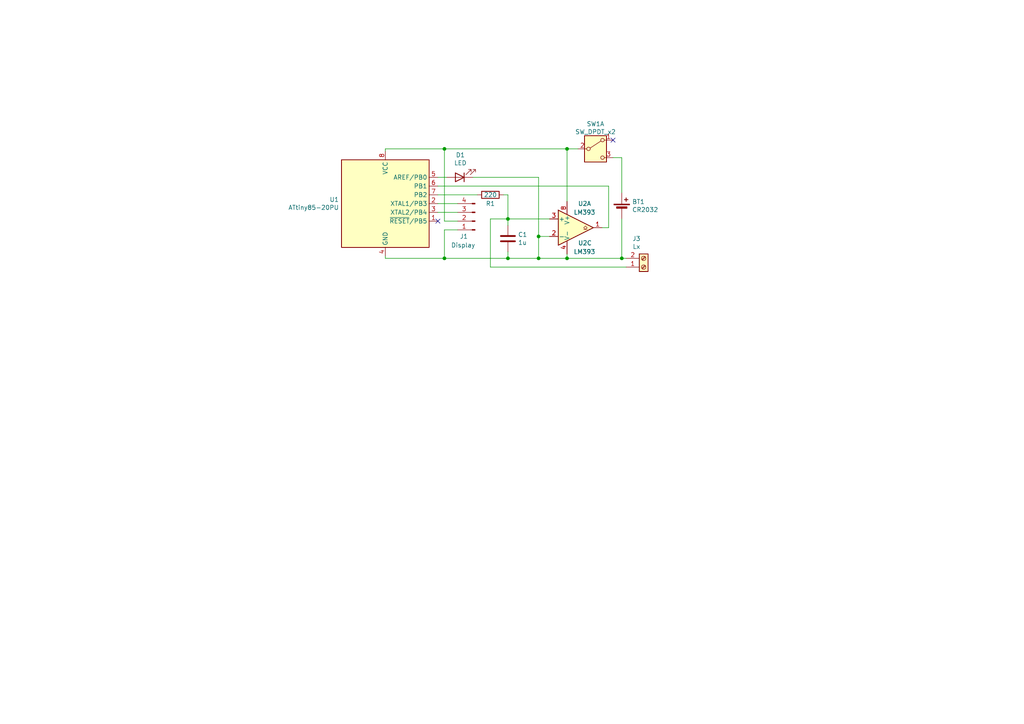
<source format=kicad_sch>
(kicad_sch (version 20230121) (generator eeschema)
  (paper "A4")
  (lib_symbols
    (symbol "Connector:Screw_Terminal_01x02" (pin_names (offset 1.016) hide)
      (property "Reference" "J" (at 0 2.54 0))
      (property "Value" "Screw_Terminal_01x02" (at 0 -5.08 0))
      (symbol "Screw_Terminal_01x02_1_1"
        (rectangle (start -1.27 1.27) (end 1.27 -3.81) (stroke (width 0.254)) (fill (type background)))
        (circle (center 0 -2.54) (radius 0.635) (stroke (width 0.1524)))
        (polyline (pts (xy -0.5334 -2.2098) (xy 0.3302 -3.048)) (stroke (width 0.1524)))
        (polyline (pts (xy -0.5334 0.3302) (xy 0.3302 -0.508)) (stroke (width 0.1524)))
        (polyline (pts (xy -0.3556 -2.032) (xy 0.508 -2.8702)) (stroke (width 0.1524)))
        (polyline (pts (xy -0.3556 0.508) (xy 0.508 -0.3302)) (stroke (width 0.1524)))
        (circle (center 0 0) (radius 0.635) (stroke (width 0.1524)))
        (pin passive line (at -5.08 0 0) (length 3.81) (name "Pin_1") (number "1"))
        (pin passive line (at -5.08 -2.54 0) (length 3.81) (name "Pin_2") (number "2"))
      )
    )
    (symbol "Device:Battery_Cell" (pin_numbers hide) (pin_names (offset 0) hide)
      (property "Reference" "BT" (at 2.54 2.54 0))
      (property "Value" "Battery_Cell" (at 2.54 0 0))
      (symbol "Battery_Cell_0_1"
        (rectangle (start -2.286 1.778) (end 2.286 1.524) (fill (type outline)))
        (rectangle (start -1.524 1.016) (end 1.524 0.508) (fill (type outline)))
        (polyline (pts (xy 0 0.762) (xy 0 0)))
        (polyline (pts (xy 0 1.778) (xy 0 2.54)))
        (polyline (pts (xy 0.762 3.048) (xy 1.778 3.048)) (stroke (width 0.254)))
        (polyline (pts (xy 1.27 3.556) (xy 1.27 2.54)) (stroke (width 0.254)))
      )
      (symbol "Battery_Cell_1_1"
        (pin passive line (at 0 5.08 270) (length 2.54) (name "+") (number "1"))
        (pin passive line (at 0 -2.54 90) (length 2.54) (name "-") (number "2"))
      )
    )
    (symbol "Device:C" (pin_numbers hide) (pin_names (offset 0.254))
      (property "Reference" "C" (at 0.635 2.54 0))
      (property "Value" "C" (at 0.635 -2.54 0))
      (symbol "C_0_1"
        (polyline (pts (xy -2.032 -0.762) (xy 2.032 -0.762)) (stroke (width 0.508)))
        (polyline (pts (xy -2.032 0.762) (xy 2.032 0.762)) (stroke (width 0.508)))
      )
      (symbol "C_1_1"
        (pin passive line (at 0 3.81 270) (length 2.794) (name "~") (number "1"))
        (pin passive line (at 0 -3.81 90) (length 2.794) (name "~") (number "2"))
      )
    )
    (symbol "Device:LED" (pin_numbers hide) (pin_names (offset 1.016) hide)
      (property "Reference" "D" (at 0 2.54 0))
      (property "Value" "LED" (at 0 -2.54 0))
      (symbol "LED_0_1"
        (polyline (pts (xy -1.27 -1.27) (xy -1.27 1.27)) (stroke (width 0.254)))
        (polyline (pts (xy -1.27 0) (xy 1.27 0)))
        (polyline (pts (xy 1.27 -1.27) (xy 1.27 1.27) (xy -1.27 0) (xy 1.27 -1.27)) (stroke (width 0.254)))
        (polyline (pts (xy -3.048 -0.762) (xy -4.572 -2.286) (xy -3.81 -2.286) (xy -4.572 -2.286) (xy -4.572 -1.524)))
        (polyline (pts (xy -1.778 -0.762) (xy -3.302 -2.286) (xy -2.54 -2.286) (xy -3.302 -2.286) (xy -3.302 -1.524)))
      )
      (symbol "LED_1_1"
        (pin passive line (at -3.81 0 0) (length 2.54) (name "K") (number "1"))
        (pin passive line (at 3.81 0 180) (length 2.54) (name "A") (number "2"))
      )
    )
    (symbol "Device:R" (pin_numbers hide) (pin_names (offset 0))
      (property "Reference" "R" (at 2.032 0 90))
      (property "Value" "R" (at 0 0 90))
      (symbol "R_0_1"
        (rectangle (start -1.016 -2.54) (end 1.016 2.54) (stroke (width 0.254)))
      )
      (symbol "R_1_1"
        (pin passive line (at 0 3.81 270) (length 1.27) (name "~") (number "1"))
        (pin passive line (at 0 -3.81 90) (length 1.27) (name "~") (number "2"))
      )
    )
    (symbol "Placa Inductometro-rescue:ATtiny85-20PU-MCU_Microchip_ATtiny"
      (property "Reference" "U" (at -12.7 13.97 0))
      (property "Value" "MCU_Microchip_ATtiny_ATtiny85-20PU" (at 2.54 -13.97 0))
      (symbol "ATtiny85-20PU-MCU_Microchip_ATtiny_0_1"
        (rectangle (start -12.7 -12.7) (end 12.7 12.7) (stroke (width 0.254)) (fill (type background)))
      )
      (symbol "ATtiny85-20PU-MCU_Microchip_ATtiny_1_1"
        (pin bidirectional line (at 15.24 -5.08 180) (length 2.54) (name "~{RESET}/PB5") (number "1"))
        (pin bidirectional line (at 15.24 0 180) (length 2.54) (name "XTAL1/PB3") (number "2"))
        (pin bidirectional line (at 15.24 -2.54 180) (length 2.54) (name "XTAL2/PB4") (number "3"))
        (pin power_in line (at 0 -15.24 90) (length 2.54) (name "GND") (number "4"))
        (pin bidirectional line (at 15.24 7.62 180) (length 2.54) (name "AREF/PB0") (number "5"))
        (pin bidirectional line (at 15.24 5.08 180) (length 2.54) (name "PB1") (number "6"))
        (pin bidirectional line (at 15.24 2.54 180) (length 2.54) (name "PB2") (number "7"))
        (pin power_in line (at 0 15.24 270) (length 2.54) (name "VCC") (number "8"))
      )
    )
    (symbol "Placa Inductometro-rescue:Conn_01x04_Male-Connector" (pin_names (offset 1.016) hide)
      (property "Reference" "J" (at 0 5.08 0))
      (property "Value" "Connector_Conn_01x04_Male" (at 0 -7.62 0))
      (symbol "Conn_01x04_Male-Connector_1_1"
        (polyline (pts (xy 1.27 -5.08) (xy 0.8636 -5.08)) (stroke (width 0.1524)))
        (polyline (pts (xy 1.27 -2.54) (xy 0.8636 -2.54)) (stroke (width 0.1524)))
        (polyline (pts (xy 1.27 0) (xy 0.8636 0)) (stroke (width 0.1524)))
        (polyline (pts (xy 1.27 2.54) (xy 0.8636 2.54)) (stroke (width 0.1524)))
        (rectangle (start 0.8636 -4.953) (end 0 -5.207) (stroke (width 0.1524)) (fill (type outline)))
        (rectangle (start 0.8636 -2.413) (end 0 -2.667) (stroke (width 0.1524)) (fill (type outline)))
        (rectangle (start 0.8636 0.127) (end 0 -0.127) (stroke (width 0.1524)) (fill (type outline)))
        (rectangle (start 0.8636 2.667) (end 0 2.413) (stroke (width 0.1524)) (fill (type outline)))
        (pin passive line (at 5.08 2.54 180) (length 3.81) (name "Pin_1") (number "1"))
        (pin passive line (at 5.08 0 180) (length 3.81) (name "Pin_2") (number "2"))
        (pin passive line (at 5.08 -2.54 180) (length 3.81) (name "Pin_3") (number "3"))
        (pin passive line (at 5.08 -5.08 180) (length 3.81) (name "Pin_4") (number "4"))
      )
    )
    (symbol "Placa Inductometro-rescue:LM393-Comparator" (pin_names (offset 0.127))
      (property "Reference" "U" (at 3.81 3.81 0))
      (property "Value" "Comparator_LM393" (at 6.35 -3.81 0))
      (symbol "LM393-Comparator_1_1"
        (polyline (pts (xy -5.08 5.08) (xy 5.08 0) (xy -5.08 -5.08) (xy -5.08 5.08)) (stroke (width 0.254)) (fill (type background)))
        (polyline (pts (xy 3.302 -0.508) (xy 2.794 -0.508) (xy 3.302 0) (xy 2.794 0.508) (xy 2.286 0) (xy 2.794 -0.508) (xy 2.286 -0.508)) (stroke (width 0.127)))
        (pin open_collector line (at 7.62 0 180) (length 2.54) (name "~") (number "1"))
        (pin input line (at -7.62 -2.54 0) (length 2.54) (name "-") (number "2"))
        (pin input line (at -7.62 2.54 0) (length 2.54) (name "+") (number "3"))
      )
      (symbol "LM393-Comparator_2_1"
        (polyline (pts (xy -5.08 5.08) (xy 5.08 0) (xy -5.08 -5.08) (xy -5.08 5.08)) (stroke (width 0.254)) (fill (type background)))
        (polyline (pts (xy 3.302 -0.508) (xy 2.794 -0.508) (xy 3.302 0) (xy 2.794 0.508) (xy 2.286 0) (xy 2.794 -0.508) (xy 2.286 -0.508)) (stroke (width 0.127)))
        (pin input line (at -7.62 2.54 0) (length 2.54) (name "+") (number "5"))
        (pin input line (at -7.62 -2.54 0) (length 2.54) (name "_") (number "6"))
        (pin open_collector line (at 7.62 0 180) (length 2.54) (name "~") (number "7"))
      )
      (symbol "LM393-Comparator_3_1"
        (pin power_in line (at -2.54 -7.62 90) (length 3.81) (name "V-") (number "4"))
        (pin power_in line (at -2.54 7.62 270) (length 3.81) (name "V+") (number "8"))
      )
    )
    (symbol "Switch:SW_DPDT_x2" (pin_names (offset 0) hide)
      (property "Reference" "SW" (at 0 5.08 0))
      (property "Value" "SW_DPDT_x2" (at 0 -5.08 0))
      (symbol "SW_DPDT_x2_0_0"
        (circle (center -2.032 0) (radius 0.508))
        (circle (center 2.032 -2.54) (radius 0.508))
      )
      (symbol "SW_DPDT_x2_0_1"
        (rectangle (start -3.175 3.81) (end 3.175 -3.81) (stroke (width 0.254)) (fill (type background)))
        (polyline (pts (xy -1.524 0.254) (xy 1.5748 2.286)))
        (circle (center 2.032 2.54) (radius 0.508))
      )
      (symbol "SW_DPDT_x2_1_1"
        (pin passive line (at 5.08 2.54 180) (length 2.54) (name "A") (number "1"))
        (pin passive line (at -5.08 0 0) (length 2.54) (name "B") (number "2"))
        (pin passive line (at 5.08 -2.54 180) (length 2.54) (name "C") (number "3"))
      )
      (symbol "SW_DPDT_x2_2_1"
        (pin passive line (at 5.08 2.54 180) (length 2.54) (name "A") (number "4"))
        (pin passive line (at -5.08 0 0) (length 2.54) (name "B") (number "5"))
        (pin passive line (at 5.08 -2.54 180) (length 2.54) (name "C") (number "6"))
      )
    )
  )
  (junction (at 147.32 63.5))
  (junction (at 147.32 74.93))
  (junction (at 164.465 43.18))
  (junction (at 180.34 74.93))
  (junction (at 128.905 43.18))
  (junction (at 156.21 74.93))
  (junction (at 164.465 74.93))
  (junction (at 156.21 68.58))
  (junction (at 128.905 74.93))
  (no_connect (at 127 64.135))
  (no_connect (at 177.8 40.64))
  (wire (pts (xy 142.24 63.5) (xy 142.24 77.47)))
  (wire (pts (xy 164.465 74.93) (xy 180.34 74.93)))
  (wire (pts (xy 111.76 74.93) (xy 128.905 74.93)))
  (wire (pts (xy 176.53 53.975) (xy 176.53 66.04)))
  (wire (pts (xy 128.905 74.93) (xy 147.32 74.93)))
  (wire (pts (xy 132.715 66.675) (xy 128.905 66.675)))
  (wire (pts (xy 180.34 45.72) (xy 180.34 55.88)))
  (wire (pts (xy 180.34 63.5) (xy 180.34 74.93)))
  (wire (pts (xy 142.24 77.47) (xy 181.61 77.47)))
  (wire (pts (xy 128.905 64.135) (xy 128.905 43.18)))
  (wire (pts (xy 111.76 43.18) (xy 128.905 43.18)))
  (wire (pts (xy 147.32 63.5) (xy 142.24 63.5)))
  (wire (pts (xy 147.32 74.93) (xy 156.21 74.93)))
  (wire (pts (xy 128.905 43.18) (xy 164.465 43.18)))
  (wire (pts (xy 164.465 43.18) (xy 167.64 43.18)))
  (wire (pts (xy 159.385 63.5) (xy 147.32 63.5)))
  (wire (pts (xy 164.465 43.18) (xy 164.465 58.42)))
  (wire (pts (xy 111.76 74.93) (xy 111.76 74.295)))
  (wire (pts (xy 159.385 68.58) (xy 156.21 68.58)))
  (wire (pts (xy 146.05 56.515) (xy 147.32 56.515)))
  (wire (pts (xy 127 61.595) (xy 132.715 61.595)))
  (wire (pts (xy 132.715 64.135) (xy 128.905 64.135)))
  (wire (pts (xy 111.76 43.18) (xy 111.76 43.815)))
  (wire (pts (xy 147.32 73.025) (xy 147.32 74.93)))
  (wire (pts (xy 176.53 66.04) (xy 174.625 66.04)))
  (wire (pts (xy 127 56.515) (xy 138.43 56.515)))
  (wire (pts (xy 137.16 51.435) (xy 156.21 51.435)))
  (wire (pts (xy 127 53.975) (xy 176.53 53.975)))
  (wire (pts (xy 164.465 74.93) (xy 164.465 73.66)))
  (wire (pts (xy 177.8 45.72) (xy 180.34 45.72)))
  (wire (pts (xy 147.32 56.515) (xy 147.32 63.5)))
  (wire (pts (xy 180.34 74.93) (xy 181.61 74.93)))
  (wire (pts (xy 128.905 66.675) (xy 128.905 74.93)))
  (wire (pts (xy 127 51.435) (xy 129.54 51.435)))
  (wire (pts (xy 156.21 74.93) (xy 164.465 74.93)))
  (wire (pts (xy 127 59.055) (xy 132.715 59.055)))
  (wire (pts (xy 156.21 51.435) (xy 156.21 68.58)))
  (wire (pts (xy 147.32 65.405) (xy 147.32 63.5)))
  (wire (pts (xy 156.21 68.58) (xy 156.21 74.93)))
  (symbol (lib_id "Placa Inductometro-rescue:ATtiny85-20PU-MCU_Microchip_ATtiny") (at 111.76 59.055 0) (unit 1)
    (property "Reference" "U1" (at 98.3234 57.8866 0) (effects (justify right)))
    (property "Value" "ATtiny85-20PU" (at 98.3234 60.198 0) (effects (justify right)))
    (property "Footprint" "Package_DIP:DIP-8_W7.62mm_Socket_LongPads" (effects hide))
    (property "Datasheet" "http://ww1.microchip.com/downloads/en/DeviceDoc/atmel-2586-avr-8-bit-microcontroller-attiny25-attiny45-attiny85_datasheet.pdf" (effects hide))
  )
  (symbol (lib_id "Placa Inductometro-rescue:LM393-Comparator") (at 167.005 66.04 0) (unit 1)
    (property "Reference" "U2" (at 169.545 59.055 0))
    (property "Value" "LM393" (at 169.545 61.595 0))
    (property "Footprint" "Package_DIP:DIP-8_W7.62mm_Socket_LongPads" (effects hide))
    (property "Datasheet" "http://www.ti.com/lit/ds/symlink/lm393.pdf" (effects hide))
  )
  (symbol (lib_id "Placa Inductometro-rescue:LM393-Comparator") (at 167.005 66.04 0) (unit 3)
    (property "Reference" "U2" (at 167.64 70.485 0) (effects (justify left)))
    (property "Value" "LM393" (at 166.37 73.025 0) (effects (justify left)))
    (property "Footprint" "Package_DIP:DIP-8_W7.62mm_Socket_LongPads" (effects hide))
    (property "Datasheet" "http://www.ti.com/lit/ds/symlink/lm393.pdf" (effects hide))
  )
  (symbol (lib_id "Device:R") (at 142.24 56.515 270) (unit 1)
    (property "Reference" "R1" (at 142.24 59.055 90))
    (property "Value" "220" (at 142.24 56.515 90))
    (property "Footprint" "Resistor_THT:R_Axial_DIN0207_L6.3mm_D2.5mm_P7.62mm_Horizontal" (effects hide))
  )
  (symbol (lib_id "Device:C") (at 147.32 69.215 0) (unit 1)
    (property "Reference" "C1" (at 150.241 68.0466 0) (effects (justify left)))
    (property "Value" "1u" (at 150.241 70.358 0) (effects (justify left)))
    (property "Footprint" "Capacitor_THT:C_Disc_D3.8mm_W2.6mm_P2.50mm" (effects hide))
  )
  (symbol (lib_id "Device:LED") (at 133.35 51.435 180) (unit 1)
    (property "Reference" "D1" (at 133.5278 44.958 0))
    (property "Value" "LED" (at 133.5278 47.2694 0))
    (property "Footprint" "LED_THT:LED_D3.0mm" (effects hide))
  )
  (symbol (lib_id "Placa Inductometro-rescue:Conn_01x04_Male-Connector") (at 137.795 64.135 180) (unit 1)
    (property "Reference" "J1" (at 133.35 68.58 0) (effects (justify right)))
    (property "Value" "Display" (at 130.81 71.12 0) (effects (justify right)))
    (property "Footprint" "Connector_PinHeader_2.54mm:PinHeader_1x04_P2.54mm_Vertical" (effects hide))
  )
  (symbol (lib_id "Connector:Screw_Terminal_01x02") (at 186.69 77.47 0) (mirror x) (unit 1)
    (property "Reference" "J3" (at 184.6072 69.215 0))
    (property "Value" "Lx" (at 184.6072 71.5264 0))
    (property "Footprint" "TerminalBlock:TerminalBlock_bornier-2_P5.08mm" (effects hide))
  )
  (symbol (lib_id "Device:Battery_Cell") (at 180.34 60.96 0) (unit 1)
    (property "Reference" "BT1" (at 183.3372 58.5216 0) (effects (justify left)))
    (property "Value" "CR2032" (at 183.3372 60.833 0) (effects (justify left)))
    (property "Footprint" "Battery:BatteryHolder_Keystone_103_1x20mm" (effects hide))
  )
  (symbol (lib_id "Switch:SW_DPDT_x2") (at 172.72 43.18 0) (unit 1)
    (property "Reference" "SW1" (at 172.72 35.941 0))
    (property "Value" "SW_DPDT_x2" (at 172.72 38.2524 0))
    (property "Footprint" "Button_Switch_THT:SW_CuK_JS202011AQN_DPDT_Angled" (effects hide))
  )
)
</source>
